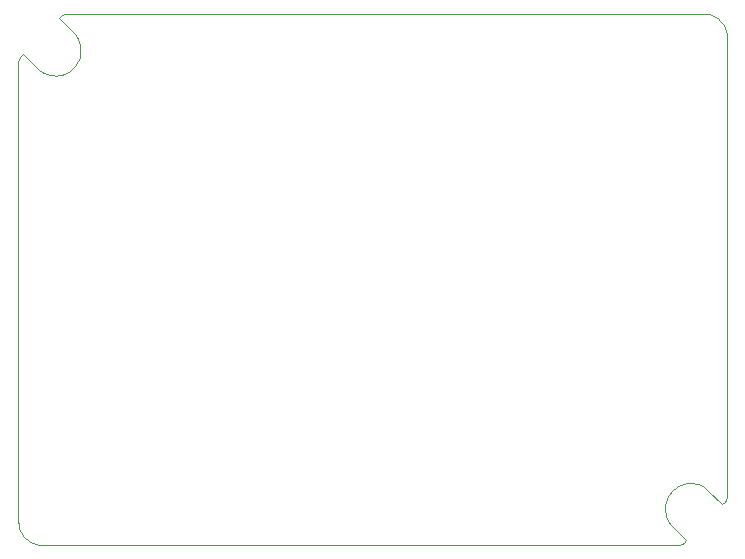
<source format=gm1>
G04*
G04 #@! TF.GenerationSoftware,Altium Limited,Altium Designer,21.6.1 (37)*
G04*
G04 Layer_Color=16711935*
%FSLAX44Y44*%
%MOMM*%
G71*
G04*
G04 #@! TF.SameCoordinates,7F95C58A-CF7D-4278-AF47-FD52C239B5E1*
G04*
G04*
G04 #@! TF.FilePolarity,Positive*
G04*
G01*
G75*
%ADD157C,0.1000*%
D157*
X15811Y403797D02*
X17678Y402135D01*
X19726Y400701D01*
X21927Y399514D01*
X24251Y398591D01*
X26666Y397944D01*
X29140Y397582D01*
X31639Y397509D01*
X34130Y397727D01*
X36578Y398232D01*
X38952Y399019D01*
X41218Y400075D01*
X43346Y401388D01*
X45307Y402939D01*
X47075Y404707D01*
X48625Y406668D01*
X49938Y408796D01*
X50995Y411062D01*
X51781Y413435D01*
X52287Y415884D01*
X52505Y418375D01*
X52432Y420874D01*
X52070Y423348D01*
X51423Y425763D01*
X50499Y428086D01*
X49313Y430287D01*
X47878Y432335D01*
X46216Y434203D01*
X41013Y450000D02*
X38389Y449498D01*
X36136Y448062D01*
X34572Y445896D01*
X4112Y415433D02*
X1948Y413871D01*
X515Y411621D01*
X13Y409000D01*
X584189Y46203D02*
X582322Y47865D01*
X580274Y49299D01*
X578073Y50486D01*
X575749Y51409D01*
X573334Y52056D01*
X570860Y52418D01*
X568361Y52491D01*
X565870Y52273D01*
X563422Y51768D01*
X561048Y50981D01*
X558782Y49925D01*
X556654Y48612D01*
X554693Y47061D01*
X552925Y45293D01*
X551375Y43332D01*
X550062Y41204D01*
X549005Y38938D01*
X548219Y36565D01*
X547713Y34116D01*
X547495Y31625D01*
X547568Y29126D01*
X547930Y26652D01*
X548577Y24237D01*
X549501Y21914D01*
X550687Y19713D01*
X552122Y17665D01*
X553784Y15797D01*
X558987Y-0D02*
X561611Y502D01*
X563864Y1938D01*
X565428Y4104D01*
X595888Y34567D02*
X598051Y36129D01*
X599485Y38379D01*
X599987Y41000D01*
X600000Y430000D02*
X599829Y432611D01*
X599319Y435176D01*
X598478Y437654D01*
X597321Y440000D01*
X595867Y442175D01*
X594142Y444142D01*
X592175Y445867D01*
X590000Y447321D01*
X587654Y448478D01*
X585176Y449319D01*
X582611Y449829D01*
X580000Y450000D01*
X-0Y20000D02*
X171Y17390D01*
X681Y14824D01*
X1522Y12346D01*
X2679Y10000D01*
X4133Y7825D01*
X5858Y5858D01*
X7825Y4133D01*
X10000Y2679D01*
X12346Y1522D01*
X14824Y681D01*
X17389Y171D01*
X20000Y0D01*
X4143Y415465D02*
X15811Y403797D01*
X34547Y445872D02*
X46216Y434203D01*
X13Y398253D02*
X13Y409000D01*
X41013Y450000D02*
X51760D01*
X584189Y46203D02*
X595857Y34535D01*
X553784Y15797D02*
X565453Y4128D01*
X599987Y41000D02*
X599987Y51747D01*
X548240Y-0D02*
X558987D01*
X20000Y0D02*
X548240D01*
X600000Y430078D02*
X600000Y51747D01*
X-0Y405452D02*
X0Y20000D01*
X44548Y450000D02*
X580000Y450000D01*
M02*

</source>
